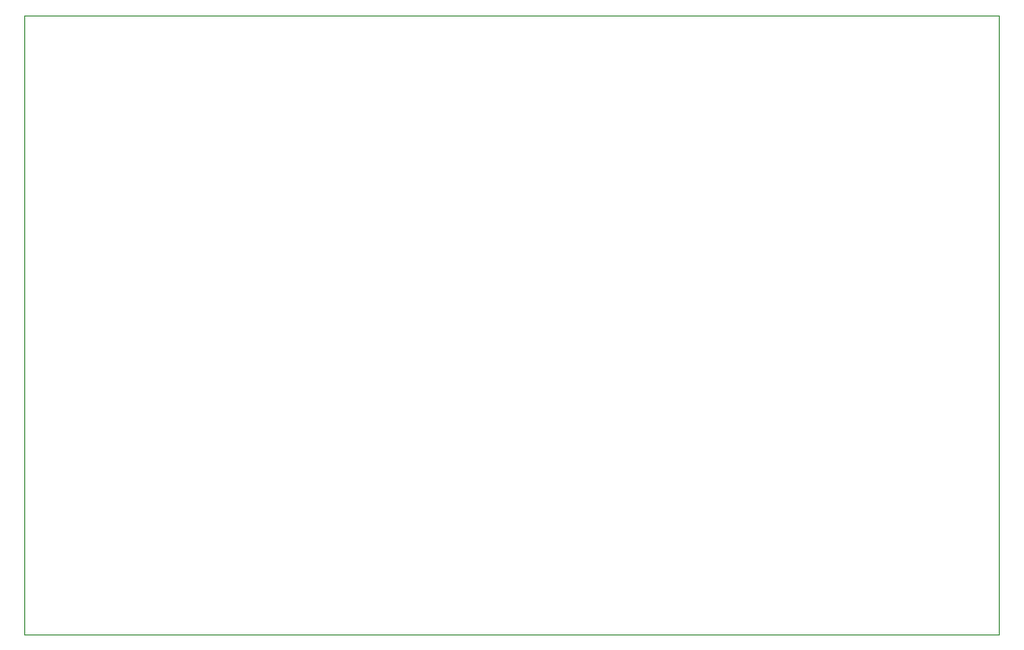
<source format=gbr>
%TF.GenerationSoftware,KiCad,Pcbnew,9.0.4*%
%TF.CreationDate,2025-10-10T16:17:53+02:00*%
%TF.ProjectId,Timmer-555-bistable-0.0.1,54696d6d-6572-42d3-9535-352d62697374,rev?*%
%TF.SameCoordinates,Original*%
%TF.FileFunction,Profile,NP*%
%FSLAX46Y46*%
G04 Gerber Fmt 4.6, Leading zero omitted, Abs format (unit mm)*
G04 Created by KiCad (PCBNEW 9.0.4) date 2025-10-10 16:17:53*
%MOMM*%
%LPD*%
G01*
G04 APERTURE LIST*
%TA.AperFunction,Profile*%
%ADD10C,0.050000*%
%TD*%
G04 APERTURE END LIST*
D10*
X96500000Y-31500000D02*
X181500000Y-31500000D01*
X181500000Y-85500000D01*
X96500000Y-85500000D01*
X96500000Y-31500000D01*
M02*

</source>
